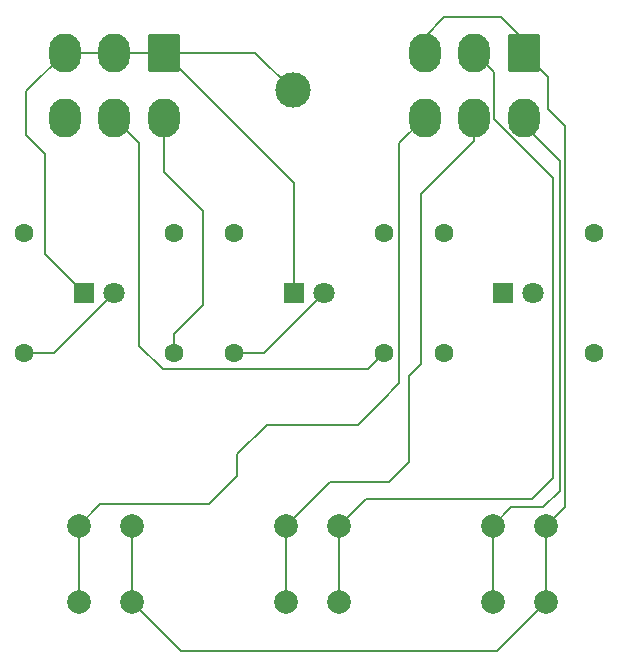
<source format=gbr>
%TF.GenerationSoftware,KiCad,Pcbnew,9.0.5*%
%TF.CreationDate,2026-02-28T09:23:41-08:00*%
%TF.ProjectId,Hi_board_bbc1,48695f62-6f61-4726-945f-626263312e6b,rev?*%
%TF.SameCoordinates,Original*%
%TF.FileFunction,Copper,L1,Top*%
%TF.FilePolarity,Positive*%
%FSLAX46Y46*%
G04 Gerber Fmt 4.6, Leading zero omitted, Abs format (unit mm)*
G04 Created by KiCad (PCBNEW 9.0.5) date 2026-02-28 09:23:41*
%MOMM*%
%LPD*%
G01*
G04 APERTURE LIST*
G04 Aperture macros list*
%AMRoundRect*
0 Rectangle with rounded corners*
0 $1 Rounding radius*
0 $2 $3 $4 $5 $6 $7 $8 $9 X,Y pos of 4 corners*
0 Add a 4 corners polygon primitive as box body*
4,1,4,$2,$3,$4,$5,$6,$7,$8,$9,$2,$3,0*
0 Add four circle primitives for the rounded corners*
1,1,$1+$1,$2,$3*
1,1,$1+$1,$4,$5*
1,1,$1+$1,$6,$7*
1,1,$1+$1,$8,$9*
0 Add four rect primitives between the rounded corners*
20,1,$1+$1,$2,$3,$4,$5,0*
20,1,$1+$1,$4,$5,$6,$7,0*
20,1,$1+$1,$6,$7,$8,$9,0*
20,1,$1+$1,$8,$9,$2,$3,0*%
G04 Aperture macros list end*
%TA.AperFunction,ComponentPad*%
%ADD10C,3.000000*%
%TD*%
%TA.AperFunction,ComponentPad*%
%ADD11C,1.600000*%
%TD*%
%TA.AperFunction,ComponentPad*%
%ADD12C,2.000000*%
%TD*%
%TA.AperFunction,ComponentPad*%
%ADD13R,1.800000X1.800000*%
%TD*%
%TA.AperFunction,ComponentPad*%
%ADD14C,1.800000*%
%TD*%
%TA.AperFunction,ComponentPad*%
%ADD15RoundRect,0.250001X1.099999X1.399999X-1.099999X1.399999X-1.099999X-1.399999X1.099999X-1.399999X0*%
%TD*%
%TA.AperFunction,ComponentPad*%
%ADD16O,2.700000X3.300000*%
%TD*%
%TA.AperFunction,Conductor*%
%ADD17C,0.200000*%
%TD*%
G04 APERTURE END LIST*
D10*
%TO.P,J3,1,GND*%
%TO.N,GND*%
X139600000Y-104800000D03*
%TD*%
D11*
%TO.P,R5,1*%
%TO.N,Net-(R5-Pad1)*%
X152400000Y-127000000D03*
%TO.P,R5,2*%
%TO.N,Net-(D3-A)*%
X152400000Y-116840000D03*
%TD*%
D12*
%TO.P,SW2,1,1*%
%TO.N,IMD_RESET*%
X139000000Y-148150000D03*
X139000000Y-141650000D03*
%TO.P,SW2,2,2*%
%TO.N,Net-(J1-Pin_2)*%
X143500000Y-148150000D03*
X143500000Y-141650000D03*
%TD*%
D11*
%TO.P,R4,1*%
%TO.N,IMD_LED*%
X147320000Y-127000000D03*
%TO.P,R4,2*%
%TO.N,Net-(R3-Pad1)*%
X147320000Y-116840000D03*
%TD*%
%TO.P,R1,1*%
%TO.N,Net-(R1-Pad1)*%
X116840000Y-116840000D03*
%TO.P,R1,2*%
%TO.N,Net-(D1-A)*%
X116840000Y-127000000D03*
%TD*%
D12*
%TO.P,SW1,1,1*%
%TO.N,BSPD_RESET*%
X121500000Y-148150000D03*
X121500000Y-141650000D03*
%TO.P,SW1,2,2*%
%TO.N,+12V*%
X126000000Y-148150000D03*
X126000000Y-141650000D03*
%TD*%
D11*
%TO.P,R2,1*%
%TO.N,BSPD_LED*%
X129540000Y-127000000D03*
%TO.P,R2,2*%
%TO.N,Net-(R1-Pad1)*%
X129540000Y-116840000D03*
%TD*%
D13*
%TO.P,D2,1,K*%
%TO.N,GND*%
X139670000Y-121920000D03*
D14*
%TO.P,D2,2,A*%
%TO.N,Net-(D2-A)*%
X142210000Y-121920000D03*
%TD*%
D11*
%TO.P,R6,1*%
%TO.N,BMS_LED*%
X165100000Y-116840000D03*
%TO.P,R6,2*%
%TO.N,Net-(R5-Pad1)*%
X165100000Y-127000000D03*
%TD*%
D12*
%TO.P,SW3,1,1*%
%TO.N,BMS_RESET*%
X156500000Y-148150000D03*
X156500000Y-141650000D03*
%TO.P,SW3,2,2*%
%TO.N,+12V*%
X161000000Y-148150000D03*
X161000000Y-141650000D03*
%TD*%
D13*
%TO.P,D3,1,K*%
%TO.N,GND*%
X157420000Y-121920000D03*
D14*
%TO.P,D3,2,A*%
%TO.N,Net-(D3-A)*%
X159960000Y-121920000D03*
%TD*%
D13*
%TO.P,D1,1,K*%
%TO.N,GND*%
X121920000Y-121920000D03*
D14*
%TO.P,D1,2,A*%
%TO.N,Net-(D1-A)*%
X124460000Y-121920000D03*
%TD*%
D11*
%TO.P,R3,1*%
%TO.N,Net-(R3-Pad1)*%
X134620000Y-116840000D03*
%TO.P,R3,2*%
%TO.N,Net-(D2-A)*%
X134620000Y-127000000D03*
%TD*%
D15*
%TO.P,J1,1,Pin_1*%
%TO.N,+12V*%
X159140000Y-101600000D03*
D16*
%TO.P,J1,2,Pin_2*%
%TO.N,Net-(J1-Pin_2)*%
X154940000Y-101600000D03*
%TO.P,J1,3,Pin_3*%
%TO.N,+12V*%
X150740000Y-101600000D03*
%TO.P,J1,4,Pin_4*%
%TO.N,BMS_RESET*%
X159140000Y-107100000D03*
%TO.P,J1,5,Pin_5*%
%TO.N,IMD_RESET*%
X154940000Y-107100000D03*
%TO.P,J1,6,Pin_6*%
%TO.N,BSPD_RESET*%
X150740000Y-107100000D03*
%TD*%
D15*
%TO.P,J2,1,Pin_1*%
%TO.N,GND*%
X128660000Y-101600000D03*
D16*
%TO.P,J2,2,Pin_2*%
X124460000Y-101600000D03*
%TO.P,J2,3,Pin_3*%
X120260000Y-101600000D03*
%TO.P,J2,4,Pin_4*%
%TO.N,BSPD_LED*%
X128660000Y-107100000D03*
%TO.P,J2,5,Pin_5*%
%TO.N,IMD_LED*%
X124460000Y-107100000D03*
%TO.P,J2,6,Pin_6*%
%TO.N,BMS_LED*%
X120260000Y-107100000D03*
%TD*%
D17*
%TO.N,+12V*%
X161195000Y-106395000D02*
X161195000Y-103655000D01*
X162601000Y-107801000D02*
X161195000Y-106395000D01*
X162601000Y-140049000D02*
X162601000Y-107801000D01*
X161000000Y-141650000D02*
X162601000Y-140049000D01*
%TO.N,BSPD_RESET*%
X148600000Y-109240000D02*
X150740000Y-107100000D01*
X148600000Y-129600000D02*
X148600000Y-109240000D01*
X147050000Y-131150000D02*
X148600000Y-129600000D01*
X137400058Y-133100000D02*
X145100000Y-133100000D01*
X134900000Y-137400000D02*
X134900000Y-135600058D01*
X132450000Y-139850000D02*
X134900000Y-137400000D01*
X123300000Y-139850000D02*
X132450000Y-139850000D01*
X145100000Y-133100000D02*
X147050000Y-131150000D01*
X121500000Y-141650000D02*
X123300000Y-139850000D01*
X134900000Y-135600058D02*
X137400058Y-133100000D01*
%TO.N,IMD_RESET*%
X154940000Y-109060000D02*
X154940000Y-107100000D01*
X149449000Y-128951058D02*
X150400000Y-128000058D01*
X149449000Y-136250942D02*
X149449000Y-128951058D01*
X142699000Y-137951000D02*
X147748942Y-137951000D01*
X147748942Y-137951000D02*
X149449000Y-136250942D01*
X150400000Y-128000058D02*
X150400000Y-113600000D01*
X150400000Y-113600000D02*
X154940000Y-109060000D01*
X139000000Y-141650000D02*
X142699000Y-137951000D01*
%TO.N,Net-(J1-Pin_2)*%
X156591000Y-107185867D02*
X156591000Y-103251000D01*
X161601000Y-137598942D02*
X161601000Y-112195867D01*
X159799942Y-139400000D02*
X161601000Y-137598942D01*
X145750000Y-139400000D02*
X159799942Y-139400000D01*
X156591000Y-103251000D02*
X154940000Y-101600000D01*
X143500000Y-141650000D02*
X145750000Y-139400000D01*
X161601000Y-112195867D02*
X156591000Y-107185867D01*
%TO.N,BMS_RESET*%
X159140000Y-107740000D02*
X159140000Y-107100000D01*
X162200000Y-110800000D02*
X159140000Y-107740000D01*
X160775000Y-140100000D02*
X162200000Y-138675000D01*
X158050000Y-140100000D02*
X160775000Y-140100000D01*
X162200000Y-138675000D02*
X162200000Y-110800000D01*
X156500000Y-141650000D02*
X158050000Y-140100000D01*
%TO.N,+12V*%
X161195000Y-103655000D02*
X159140000Y-101600000D01*
X156900000Y-152250000D02*
X161000000Y-148150000D01*
X130100000Y-152250000D02*
X156900000Y-152250000D01*
X126000000Y-148150000D02*
X130100000Y-152250000D01*
X161000000Y-141650000D02*
X161000000Y-148150000D01*
%TO.N,BMS_RESET*%
X156500000Y-141650000D02*
X156500000Y-148150000D01*
%TO.N,Net-(J1-Pin_2)*%
X143500000Y-141650000D02*
X143500000Y-148150000D01*
%TO.N,IMD_RESET*%
X139000000Y-141650000D02*
X139000000Y-148150000D01*
%TO.N,+12V*%
X126000000Y-141650000D02*
X126000000Y-148150000D01*
%TO.N,BSPD_RESET*%
X121500000Y-141650000D02*
X121500000Y-148150000D01*
%TO.N,BSPD_LED*%
X132000000Y-123000000D02*
X129540000Y-125460000D01*
X129540000Y-125460000D02*
X129540000Y-127000000D01*
X128660000Y-111660000D02*
X132000000Y-115000000D01*
X132000000Y-115000000D02*
X132000000Y-123000000D01*
X128660000Y-107100000D02*
X128660000Y-111660000D01*
%TO.N,GND*%
X139600000Y-104800000D02*
X136400000Y-101600000D01*
X136400000Y-101600000D02*
X128660000Y-101600000D01*
%TO.N,IMD_LED*%
X126600000Y-109240000D02*
X126600000Y-126400000D01*
X126600000Y-126400000D02*
X128600000Y-128400000D01*
X124460000Y-107100000D02*
X126600000Y-109240000D01*
X145920000Y-128400000D02*
X147320000Y-127000000D01*
%TO.N,GND*%
X117000000Y-104860000D02*
X117000000Y-105600000D01*
X120260000Y-101600000D02*
X117000000Y-104860000D01*
X118609000Y-118609000D02*
X121920000Y-121920000D01*
X118609000Y-110209000D02*
X118609000Y-118609000D01*
X117000000Y-108600000D02*
X118609000Y-110209000D01*
X117000000Y-105600000D02*
X117000000Y-108600000D01*
X139670000Y-112610000D02*
X139670000Y-121920000D01*
X128660000Y-101600000D02*
X139670000Y-112610000D01*
%TO.N,Net-(D2-A)*%
X137130000Y-127000000D02*
X142210000Y-121920000D01*
X134620000Y-127000000D02*
X137130000Y-127000000D01*
%TO.N,Net-(D1-A)*%
X116840000Y-127000000D02*
X119380000Y-127000000D01*
X119380000Y-127000000D02*
X124460000Y-121920000D01*
%TO.N,+12V*%
X150740000Y-100260000D02*
X150740000Y-101600000D01*
X152400000Y-98600000D02*
X150740000Y-100260000D01*
X157200000Y-98600000D02*
X152400000Y-98600000D01*
X159140000Y-101600000D02*
X159140000Y-100540000D01*
X159140000Y-100540000D02*
X157200000Y-98600000D01*
%TO.N,GND*%
X124460000Y-101600000D02*
X128660000Y-101600000D01*
X120260000Y-101600000D02*
X124460000Y-101600000D01*
%TO.N,IMD_LED*%
X128600000Y-128400000D02*
X145920000Y-128400000D01*
%TD*%
M02*

</source>
